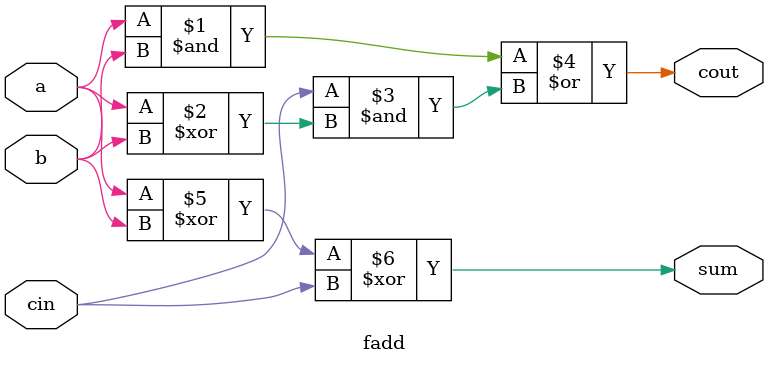
<source format=v>
module top_module( 
    input [2:0] a, b,
    input cin,
    output [2:0] cout,
    output [2:0] sum 
);

    fadd m0 (a[0], b[0], cin, cout[0], sum[0]);
    fadd m1 (a[1], b[1], cout[0], cout[1], sum[1]);
    fadd m2 (a[2], b[2], cout[1], cout[2], sum[2]);
    
endmodule

module fadd(
    input a, b,
    input cin,
    output cout,
    output sum
);

    assign cout = (a & b) | (cin & (a ^ b));
    assign sum = a ^ b ^ cin;
    
endmodule

</source>
